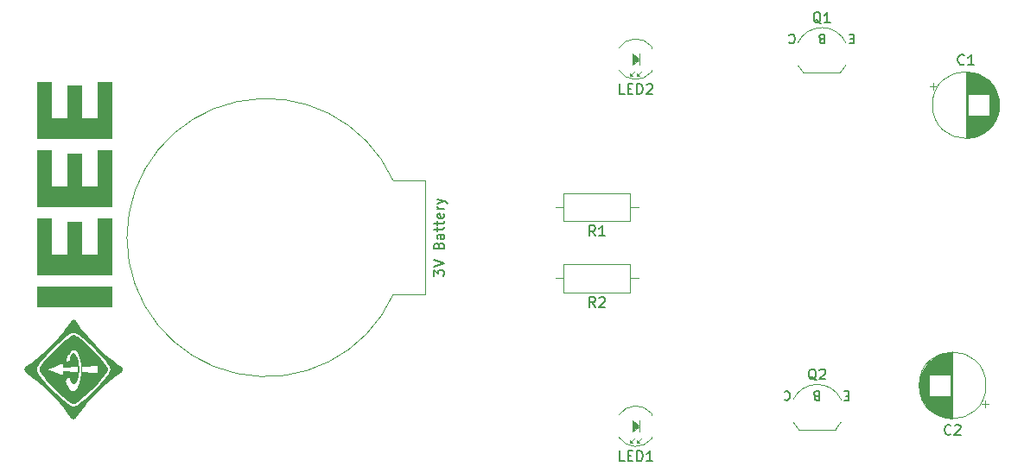
<source format=gbr>
%TF.GenerationSoftware,KiCad,Pcbnew,8.0.5*%
%TF.CreationDate,2024-10-10T20:33:13-07:00*%
%TF.ProjectId,IEEE soldering project,49454545-2073-46f6-9c64-6572696e6720,rev?*%
%TF.SameCoordinates,Original*%
%TF.FileFunction,Legend,Top*%
%TF.FilePolarity,Positive*%
%FSLAX46Y46*%
G04 Gerber Fmt 4.6, Leading zero omitted, Abs format (unit mm)*
G04 Created by KiCad (PCBNEW 8.0.5) date 2024-10-10 20:33:13*
%MOMM*%
%LPD*%
G01*
G04 APERTURE LIST*
%ADD10C,0.000000*%
%ADD11C,0.150000*%
%ADD12C,0.120000*%
G04 APERTURE END LIST*
D10*
G36*
X78512737Y-33306202D02*
G01*
X80019141Y-33306202D01*
X80019141Y-30051432D01*
X81434841Y-30051432D01*
X81434841Y-33306205D01*
X82981723Y-33306205D01*
X82981723Y-29768601D01*
X84397811Y-29768601D01*
X84397811Y-35329654D01*
X77097296Y-35329654D01*
X77097296Y-29768534D01*
X78512737Y-29768534D01*
X78512737Y-33306202D01*
G37*
G36*
X78512737Y-40000000D02*
G01*
X80019141Y-40000000D01*
X80019141Y-36745487D01*
X81434841Y-36745487D01*
X81434841Y-40000000D01*
X82981723Y-40000000D01*
X82981723Y-36462009D01*
X84397811Y-36462009D01*
X84397811Y-42021773D01*
X77097296Y-42021773D01*
X77097296Y-36462009D01*
X78512737Y-36462009D01*
X78512737Y-40000000D01*
G37*
G36*
X78512737Y-46693729D02*
G01*
X80019141Y-46693729D01*
X80019141Y-43438120D01*
X81434841Y-43438120D01*
X81434841Y-46693731D01*
X82981723Y-46693731D01*
X82981723Y-43154772D01*
X84397811Y-43154772D01*
X84397811Y-48715955D01*
X77097296Y-48715955D01*
X77097296Y-43154772D01*
X78512737Y-43154772D01*
X78512737Y-46693729D01*
G37*
G36*
X84397811Y-51799390D02*
G01*
X77097296Y-51799390D01*
X77097296Y-49777100D01*
X84397811Y-49777100D01*
X84397811Y-51799390D01*
G37*
G36*
X80680190Y-53060660D02*
G01*
X80703372Y-53063637D01*
X80725415Y-53068224D01*
X80746376Y-53074339D01*
X80766310Y-53081900D01*
X80785273Y-53090823D01*
X80803321Y-53101027D01*
X80820508Y-53112430D01*
X80836890Y-53124949D01*
X80852524Y-53138502D01*
X80867464Y-53153006D01*
X80881766Y-53168381D01*
X80908679Y-53201408D01*
X80933707Y-53236926D01*
X80957294Y-53274277D01*
X80979886Y-53312801D01*
X81023859Y-53390740D01*
X81046129Y-53428838D01*
X81069181Y-53465478D01*
X81093459Y-53500000D01*
X81119409Y-53531748D01*
X81341007Y-53830988D01*
X81568953Y-54126078D01*
X81803080Y-54416818D01*
X82043218Y-54703010D01*
X82289202Y-54984455D01*
X82540864Y-55260956D01*
X82798035Y-55532312D01*
X83060549Y-55798327D01*
X83328237Y-56058800D01*
X83600933Y-56313534D01*
X83878468Y-56562330D01*
X84160675Y-56804989D01*
X84447387Y-57041313D01*
X84738436Y-57271103D01*
X85033654Y-57494160D01*
X85332873Y-57710286D01*
X85424546Y-57801572D01*
X85429559Y-57810256D01*
X85434125Y-57819089D01*
X85438256Y-57828063D01*
X85441964Y-57837168D01*
X85448161Y-57855736D01*
X85452816Y-57874719D01*
X85456029Y-57894046D01*
X85457898Y-57913643D01*
X85458523Y-57933437D01*
X85458003Y-57953356D01*
X85456438Y-57973328D01*
X85453926Y-57993279D01*
X85450567Y-58013137D01*
X85446461Y-58032829D01*
X85441707Y-58052282D01*
X85436403Y-58071424D01*
X85430650Y-58090181D01*
X85424546Y-58108482D01*
X85420519Y-58119690D01*
X85415963Y-58130290D01*
X85410903Y-58140312D01*
X85405367Y-58149788D01*
X85399383Y-58158752D01*
X85392977Y-58167234D01*
X85386177Y-58175266D01*
X85379009Y-58182881D01*
X85371501Y-58190111D01*
X85363679Y-58196987D01*
X85347205Y-58209807D01*
X85329803Y-58221597D01*
X85311690Y-58232612D01*
X85236467Y-58274038D01*
X85218052Y-58285015D01*
X85200228Y-58296751D01*
X85183210Y-58309503D01*
X85175072Y-58316340D01*
X85167217Y-58323526D01*
X85094484Y-58371328D01*
X85022271Y-58420591D01*
X84879288Y-58522813D01*
X84738024Y-58628815D01*
X84598240Y-58737224D01*
X84322143Y-58955763D01*
X84185348Y-59063144D01*
X84049067Y-59167433D01*
X83987404Y-59226967D01*
X83924936Y-59284596D01*
X83861764Y-59341012D01*
X83797991Y-59396905D01*
X83669049Y-59509893D01*
X83604084Y-59568369D01*
X83538926Y-59629089D01*
X83161644Y-59984059D01*
X82796340Y-60349035D01*
X82443195Y-60723233D01*
X82102390Y-61105869D01*
X81774108Y-61496159D01*
X81458530Y-61893317D01*
X81155837Y-62296559D01*
X80866211Y-62705100D01*
X80851292Y-62719518D01*
X80835781Y-62733512D01*
X80819685Y-62746954D01*
X80803009Y-62759712D01*
X80785757Y-62771657D01*
X80767936Y-62782659D01*
X80749551Y-62792589D01*
X80730607Y-62801316D01*
X80711108Y-62808712D01*
X80691062Y-62814645D01*
X80670472Y-62818986D01*
X80659975Y-62820519D01*
X80649344Y-62821605D01*
X80638580Y-62822228D01*
X80627683Y-62822373D01*
X80616655Y-62822021D01*
X80610632Y-62821556D01*
X80605496Y-62821159D01*
X80594206Y-62819768D01*
X80582786Y-62817833D01*
X80571237Y-62815339D01*
X80559559Y-62812267D01*
X80546663Y-62808759D01*
X80534089Y-62804537D01*
X80521826Y-62799635D01*
X80509864Y-62794086D01*
X80498191Y-62787924D01*
X80486798Y-62781180D01*
X80475673Y-62773887D01*
X80464805Y-62766080D01*
X80443799Y-62749051D01*
X80423694Y-62730356D01*
X80404403Y-62710260D01*
X80385841Y-62689025D01*
X80367921Y-62666916D01*
X80350558Y-62644196D01*
X80317154Y-62597978D01*
X80284941Y-62552480D01*
X80269066Y-62530660D01*
X80253230Y-62509811D01*
X80073803Y-62254585D01*
X79887964Y-62002150D01*
X79696003Y-61752625D01*
X79498212Y-61506128D01*
X79294884Y-61262777D01*
X79086310Y-61022690D01*
X78872780Y-60785986D01*
X78654588Y-60552782D01*
X78432025Y-60323197D01*
X78205382Y-60097348D01*
X77974951Y-59875354D01*
X77741023Y-59657333D01*
X77503891Y-59443403D01*
X77263846Y-59233682D01*
X76776183Y-58827340D01*
X75915943Y-58166908D01*
X75903592Y-58150111D01*
X75891616Y-58132708D01*
X75880149Y-58114750D01*
X75869329Y-58096293D01*
X75859291Y-58077389D01*
X75850173Y-58058092D01*
X75842109Y-58038457D01*
X75835237Y-58018536D01*
X75829693Y-57998384D01*
X75825612Y-57978054D01*
X75824073Y-57965359D01*
X77065360Y-57965359D01*
X77066930Y-57998414D01*
X77070471Y-58031339D01*
X77076063Y-58064096D01*
X77083786Y-58096643D01*
X77093720Y-58128942D01*
X77105944Y-58160952D01*
X77120539Y-58192633D01*
X77137585Y-58223946D01*
X77157162Y-58254851D01*
X77179350Y-58285308D01*
X77262861Y-58400601D01*
X77347034Y-58514598D01*
X77432166Y-58627510D01*
X77518555Y-58739549D01*
X77606500Y-58850924D01*
X77696298Y-58961848D01*
X77788248Y-59072532D01*
X77882648Y-59183186D01*
X77885835Y-59187905D01*
X77889382Y-59192701D01*
X77893236Y-59197548D01*
X77897347Y-59202420D01*
X77901662Y-59207290D01*
X77906130Y-59212132D01*
X77915315Y-59221630D01*
X77947787Y-59253296D01*
X78180603Y-59510532D01*
X78418611Y-59765752D01*
X78661559Y-60017570D01*
X78909190Y-60264602D01*
X79161252Y-60505460D01*
X79417490Y-60738759D01*
X79677650Y-60963112D01*
X79941478Y-61177134D01*
X80094269Y-61294639D01*
X80171380Y-61351304D01*
X80210358Y-61378528D01*
X80249711Y-61404791D01*
X80289510Y-61429924D01*
X80329822Y-61453759D01*
X80370720Y-61476131D01*
X80412271Y-61496870D01*
X80454547Y-61515810D01*
X80497616Y-61532783D01*
X80541549Y-61547622D01*
X80586415Y-61560158D01*
X80610632Y-61560284D01*
X80634630Y-61559858D01*
X80658389Y-61558838D01*
X80681887Y-61557184D01*
X80705103Y-61554852D01*
X80728015Y-61551803D01*
X80750603Y-61547993D01*
X80772844Y-61543381D01*
X80794717Y-61537926D01*
X80816202Y-61531586D01*
X80837276Y-61524318D01*
X80857918Y-61516082D01*
X80878107Y-61506836D01*
X80897821Y-61496537D01*
X80917040Y-61485145D01*
X80935741Y-61472617D01*
X81066772Y-61382685D01*
X81196984Y-61289406D01*
X81326286Y-61193007D01*
X81454583Y-61093713D01*
X81581783Y-60991753D01*
X81707793Y-60887352D01*
X81955868Y-60672134D01*
X82198063Y-60449875D01*
X82433633Y-60222388D01*
X82661832Y-59991485D01*
X82881916Y-59758981D01*
X83244939Y-59359551D01*
X83425657Y-59159204D01*
X83601928Y-58956634D01*
X83687477Y-58854092D01*
X83770811Y-58750486D01*
X83851564Y-58645649D01*
X83929369Y-58539409D01*
X84003857Y-58431600D01*
X84074661Y-58322050D01*
X84141414Y-58210592D01*
X84203749Y-58097055D01*
X84211993Y-58078118D01*
X84219078Y-58059048D01*
X84225039Y-58039859D01*
X84229912Y-58020567D01*
X84233733Y-58001187D01*
X84236536Y-57981736D01*
X84238358Y-57962228D01*
X84239235Y-57942679D01*
X84239202Y-57923104D01*
X84238295Y-57903519D01*
X84236550Y-57883938D01*
X84234002Y-57864379D01*
X84226641Y-57825381D01*
X84216498Y-57786651D01*
X84203859Y-57748309D01*
X84189008Y-57710481D01*
X84172232Y-57673289D01*
X84153816Y-57636856D01*
X84134046Y-57601306D01*
X84113208Y-57566761D01*
X84091586Y-57533345D01*
X84069467Y-57501182D01*
X83958190Y-57346493D01*
X83843623Y-57193807D01*
X83725947Y-57043050D01*
X83605344Y-56894150D01*
X83481994Y-56747033D01*
X83356078Y-56601626D01*
X83097275Y-56315649D01*
X82830382Y-56035633D01*
X82556850Y-55760994D01*
X82278126Y-55491145D01*
X81995660Y-55225501D01*
X81847240Y-55101876D01*
X81700597Y-54976630D01*
X81554234Y-54852523D01*
X81406654Y-54732315D01*
X81331939Y-54674537D01*
X81256359Y-54618769D01*
X81179726Y-54565356D01*
X81101853Y-54514644D01*
X81022552Y-54466977D01*
X80941637Y-54422701D01*
X80858921Y-54382160D01*
X80774216Y-54345700D01*
X80757317Y-54341412D01*
X80740571Y-54337854D01*
X80723977Y-54335006D01*
X80707533Y-54332844D01*
X80691239Y-54331348D01*
X80675092Y-54330496D01*
X80659091Y-54330267D01*
X80643235Y-54330638D01*
X80611950Y-54333096D01*
X80581225Y-54337697D01*
X80551047Y-54344270D01*
X80521405Y-54352640D01*
X80492287Y-54362635D01*
X80463680Y-54374083D01*
X80435573Y-54386810D01*
X80407952Y-54400643D01*
X80380807Y-54415410D01*
X80354125Y-54430938D01*
X80327893Y-54447053D01*
X80302101Y-54463584D01*
X80010153Y-54674793D01*
X79722554Y-54896380D01*
X79439680Y-55127549D01*
X79161904Y-55367505D01*
X78889598Y-55615454D01*
X78623138Y-55870599D01*
X78362897Y-56132147D01*
X78109248Y-56399301D01*
X78082133Y-56446493D01*
X77988159Y-56545488D01*
X77894964Y-56647311D01*
X77802823Y-56751398D01*
X77712012Y-56857189D01*
X77622809Y-56964120D01*
X77535489Y-57071630D01*
X77450328Y-57179157D01*
X77367602Y-57286139D01*
X77324697Y-57338512D01*
X77282959Y-57393717D01*
X77243027Y-57451435D01*
X77205541Y-57511346D01*
X77171140Y-57573132D01*
X77140465Y-57636474D01*
X77114155Y-57701053D01*
X77092849Y-57766549D01*
X77084273Y-57799542D01*
X77077189Y-57832645D01*
X77071675Y-57865818D01*
X77067812Y-57899021D01*
X77065680Y-57932215D01*
X77065360Y-57965359D01*
X75824073Y-57965359D01*
X75823132Y-57957600D01*
X75822535Y-57947343D01*
X75822389Y-57937076D01*
X75822711Y-57926804D01*
X75823518Y-57916535D01*
X75824828Y-57906275D01*
X75826657Y-57896031D01*
X75829022Y-57885810D01*
X75831941Y-57875618D01*
X75835430Y-57865462D01*
X75839506Y-57855349D01*
X75842350Y-57845996D01*
X75845869Y-57836523D01*
X75849992Y-57826955D01*
X75854644Y-57817317D01*
X75859753Y-57807634D01*
X75865245Y-57797931D01*
X75871047Y-57788233D01*
X75877087Y-57778565D01*
X75889586Y-57759420D01*
X75902157Y-57740696D01*
X75914215Y-57722595D01*
X75925175Y-57705315D01*
X76442481Y-57340303D01*
X76730466Y-57112226D01*
X77019995Y-56878969D01*
X77163665Y-56760579D01*
X77305712Y-56641112D01*
X77445466Y-56520640D01*
X77582258Y-56399236D01*
X78420031Y-55597227D01*
X78686657Y-55322951D01*
X78945403Y-55044355D01*
X79196408Y-54761299D01*
X79439811Y-54473646D01*
X79675751Y-54181257D01*
X79904369Y-53883993D01*
X80125802Y-53581717D01*
X80340190Y-53274289D01*
X80344515Y-53248014D01*
X80357725Y-53228616D01*
X80372124Y-53210053D01*
X80387637Y-53192365D01*
X80404186Y-53175588D01*
X80421697Y-53159763D01*
X80440091Y-53144926D01*
X80459292Y-53131117D01*
X80479224Y-53118373D01*
X80499811Y-53106733D01*
X80520976Y-53096235D01*
X80542642Y-53086917D01*
X80564733Y-53078818D01*
X80587172Y-53071976D01*
X80609883Y-53066429D01*
X80632790Y-53062216D01*
X80655816Y-53059375D01*
X80680190Y-53060660D01*
G37*
G36*
X80713072Y-54564914D02*
G01*
X80745169Y-54568297D01*
X80776715Y-54574088D01*
X80807519Y-54582394D01*
X80822584Y-54587522D01*
X80837393Y-54593318D01*
X80851922Y-54599795D01*
X80866147Y-54606967D01*
X80923410Y-54642213D01*
X80980092Y-54678854D01*
X81036236Y-54716777D01*
X81091889Y-54755869D01*
X81201904Y-54837105D01*
X81310502Y-54921657D01*
X81418046Y-55008617D01*
X81524902Y-55097080D01*
X81738007Y-55274887D01*
X81753565Y-55274887D01*
X82223508Y-55721648D01*
X82457116Y-55950157D01*
X82687773Y-56182352D01*
X82913945Y-56418433D01*
X83134099Y-56658599D01*
X83346703Y-56903050D01*
X83449695Y-57026945D01*
X83550224Y-57151986D01*
X83590062Y-57213017D01*
X83634045Y-57273636D01*
X83728943Y-57394502D01*
X83777107Y-57455182D01*
X83823911Y-57516317D01*
X83867982Y-57578121D01*
X83907941Y-57640813D01*
X83925950Y-57672560D01*
X83942415Y-57704609D01*
X83957164Y-57736988D01*
X83970026Y-57769725D01*
X83980828Y-57802846D01*
X83989398Y-57836378D01*
X83995565Y-57870349D01*
X83999156Y-57904785D01*
X84000000Y-57939714D01*
X83997924Y-57975163D01*
X83992757Y-58011158D01*
X83984326Y-58047727D01*
X83972460Y-58084897D01*
X83956985Y-58122695D01*
X83937732Y-58161148D01*
X83914527Y-58200284D01*
X83643951Y-58557785D01*
X83358649Y-58910259D01*
X83059877Y-59256552D01*
X82989470Y-59333293D01*
X82748894Y-59595511D01*
X82426955Y-59925981D01*
X82095319Y-60246808D01*
X81755243Y-60556840D01*
X81407984Y-60854923D01*
X81369876Y-60880474D01*
X81332488Y-60907486D01*
X81295670Y-60935681D01*
X81259274Y-60964785D01*
X81114922Y-61084766D01*
X81078397Y-61114275D01*
X81041399Y-61143037D01*
X81003779Y-61170777D01*
X80965389Y-61197219D01*
X80926078Y-61222087D01*
X80885698Y-61245106D01*
X80844101Y-61266000D01*
X80801136Y-61284494D01*
X80771816Y-61295310D01*
X80743000Y-61303819D01*
X80714669Y-61310119D01*
X80686805Y-61314307D01*
X80659389Y-61316479D01*
X80632404Y-61316734D01*
X80630677Y-61316633D01*
X80605831Y-61315169D01*
X80579650Y-61311880D01*
X80553845Y-61306966D01*
X80528397Y-61300522D01*
X80503287Y-61292647D01*
X80478497Y-61283438D01*
X80454008Y-61272992D01*
X80429803Y-61261406D01*
X80382169Y-61235203D01*
X80335446Y-61205608D01*
X80289490Y-61173399D01*
X80244152Y-61139353D01*
X80199285Y-61104249D01*
X80110378Y-61033976D01*
X80066044Y-61000363D01*
X80021594Y-60968803D01*
X79656094Y-60662646D01*
X79591765Y-60605202D01*
X79295104Y-60340293D01*
X79117154Y-60173605D01*
X78941355Y-60003543D01*
X78768048Y-59830331D01*
X78597575Y-59654195D01*
X78430277Y-59475358D01*
X78266496Y-59294045D01*
X78106573Y-59110483D01*
X78032206Y-59021854D01*
X79887248Y-59021854D01*
X79889661Y-59052437D01*
X79893442Y-59082704D01*
X79898488Y-59112675D01*
X79904697Y-59142367D01*
X79911966Y-59171799D01*
X79920192Y-59200988D01*
X79929272Y-59229952D01*
X79939104Y-59258711D01*
X79960614Y-59315680D01*
X79983898Y-59372040D01*
X80032504Y-59483511D01*
X80032505Y-59483510D01*
X80082933Y-59582274D01*
X80110741Y-59633882D01*
X80140454Y-59685940D01*
X80172204Y-59737674D01*
X80206122Y-59788309D01*
X80242340Y-59837070D01*
X80280990Y-59883183D01*
X80322203Y-59925872D01*
X80343811Y-59945691D01*
X80366110Y-59964363D01*
X80389115Y-59981793D01*
X80412844Y-59997882D01*
X80437312Y-60012534D01*
X80462536Y-60025652D01*
X80488532Y-60037140D01*
X80515318Y-60046900D01*
X80542908Y-60054836D01*
X80571321Y-60060851D01*
X80600572Y-60064847D01*
X80630677Y-60066729D01*
X80661654Y-60066399D01*
X80693518Y-60063761D01*
X80710966Y-60058280D01*
X80728028Y-60051956D01*
X80744709Y-60044824D01*
X80761012Y-60036919D01*
X80776941Y-60028277D01*
X80792500Y-60018933D01*
X80807694Y-60008921D01*
X80822526Y-59998278D01*
X80837001Y-59987039D01*
X80851123Y-59975238D01*
X80878323Y-59950093D01*
X80904159Y-59923126D01*
X80928663Y-59894618D01*
X80951869Y-59864851D01*
X80973807Y-59834107D01*
X80994513Y-59802668D01*
X81014017Y-59770815D01*
X81032352Y-59738831D01*
X81049552Y-59706997D01*
X81065648Y-59675595D01*
X81080674Y-59644906D01*
X81149879Y-59474510D01*
X81210300Y-59298055D01*
X81262044Y-59116322D01*
X81305217Y-58930094D01*
X81339926Y-58740154D01*
X81366279Y-58547284D01*
X81384380Y-58352267D01*
X81391632Y-58209258D01*
X81480103Y-58209258D01*
X81860739Y-58226335D01*
X82234299Y-58240706D01*
X82608102Y-58257220D01*
X82797383Y-58267795D01*
X82989470Y-58280724D01*
X83002471Y-58123403D01*
X83007441Y-58042190D01*
X83010629Y-57959885D01*
X83011463Y-57876944D01*
X83009370Y-57793825D01*
X83007048Y-57752341D01*
X83003779Y-57710984D01*
X82999493Y-57669811D01*
X82994118Y-57628878D01*
X81553500Y-57693953D01*
X81484939Y-57705380D01*
X81489430Y-57828488D01*
X81490976Y-57889780D01*
X81491669Y-57951420D01*
X81491218Y-58013802D01*
X81489333Y-58077318D01*
X81485723Y-58142360D01*
X81480103Y-58209258D01*
X81391632Y-58209258D01*
X81394339Y-58155884D01*
X81396260Y-57958919D01*
X81390252Y-57762154D01*
X81376420Y-57566372D01*
X81354872Y-57372354D01*
X81325715Y-57180883D01*
X81289054Y-56992742D01*
X81244997Y-56808714D01*
X81193651Y-56629580D01*
X81157961Y-56539425D01*
X81138280Y-56492826D01*
X81117152Y-56445894D01*
X81094408Y-56399141D01*
X81069881Y-56353077D01*
X81043404Y-56308212D01*
X81014808Y-56265059D01*
X80983926Y-56224128D01*
X80950590Y-56185930D01*
X80932949Y-56168015D01*
X80914632Y-56150975D01*
X80895618Y-56134874D01*
X80875885Y-56119776D01*
X80855413Y-56105744D01*
X80834180Y-56092842D01*
X80812166Y-56081135D01*
X80789350Y-56070685D01*
X80765711Y-56061557D01*
X80741228Y-56053816D01*
X80715879Y-56047523D01*
X80689644Y-56042745D01*
X80667856Y-56043693D01*
X80646572Y-56046027D01*
X80625789Y-56049690D01*
X80605499Y-56054622D01*
X80585699Y-56060766D01*
X80566382Y-56068064D01*
X80547543Y-56076458D01*
X80529178Y-56085891D01*
X80511280Y-56096304D01*
X80493844Y-56107639D01*
X80476865Y-56119838D01*
X80460338Y-56132843D01*
X80444257Y-56146597D01*
X80428618Y-56161042D01*
X80398640Y-56191770D01*
X80370362Y-56224564D01*
X80343741Y-56258960D01*
X80318735Y-56294496D01*
X80295301Y-56330706D01*
X80273396Y-56367128D01*
X80252978Y-56403298D01*
X80216431Y-56473026D01*
X80205263Y-56473026D01*
X80196177Y-56449233D01*
X80187467Y-56424757D01*
X80179287Y-56399790D01*
X80171790Y-56374526D01*
X80165127Y-56349160D01*
X80159453Y-56323884D01*
X80157034Y-56311341D01*
X80154919Y-56298893D01*
X80153128Y-56286565D01*
X80151680Y-56274380D01*
X80145417Y-56274380D01*
X80123072Y-56392063D01*
X80098618Y-56508873D01*
X80072380Y-56624946D01*
X80044682Y-56740418D01*
X79986208Y-56970112D01*
X79925790Y-57199049D01*
X79976348Y-57177736D01*
X80027481Y-57157682D01*
X80079081Y-57138619D01*
X80131037Y-57120280D01*
X80340254Y-57048821D01*
X80329575Y-57014327D01*
X80319580Y-56979580D01*
X80310289Y-56944549D01*
X80301721Y-56909206D01*
X80293894Y-56873521D01*
X80286827Y-56837465D01*
X80280540Y-56801007D01*
X80275050Y-56764119D01*
X80299988Y-56701045D01*
X80328446Y-56634695D01*
X80344305Y-56601308D01*
X80361417Y-56568320D01*
X80379904Y-56536138D01*
X80399890Y-56505168D01*
X80421500Y-56475816D01*
X80444858Y-56448489D01*
X80457230Y-56435712D01*
X80470087Y-56423592D01*
X80483441Y-56412182D01*
X80497311Y-56401532D01*
X80511709Y-56391693D01*
X80526654Y-56382715D01*
X80542159Y-56374650D01*
X80558240Y-56367548D01*
X80574913Y-56361459D01*
X80592193Y-56356435D01*
X80610095Y-56352526D01*
X80628636Y-56349784D01*
X80646004Y-56348754D01*
X80662822Y-56348981D01*
X80679103Y-56350411D01*
X80694862Y-56352987D01*
X80710116Y-56356656D01*
X80724878Y-56361362D01*
X80739164Y-56367050D01*
X80752988Y-56373666D01*
X80766365Y-56381155D01*
X80779310Y-56389462D01*
X80791839Y-56398531D01*
X80803965Y-56408309D01*
X80815704Y-56418739D01*
X80827071Y-56429768D01*
X80838081Y-56441340D01*
X80848748Y-56453400D01*
X80869114Y-56478766D01*
X80888289Y-56505428D01*
X80906392Y-56532944D01*
X80923543Y-56560878D01*
X80984998Y-56667992D01*
X81029432Y-56798381D01*
X81068572Y-56930584D01*
X81102434Y-57064393D01*
X81131033Y-57199597D01*
X81154386Y-57335987D01*
X81172510Y-57473353D01*
X81185420Y-57611486D01*
X81193134Y-57750176D01*
X81195666Y-57889213D01*
X81193034Y-58028387D01*
X81185254Y-58167490D01*
X81172342Y-58306310D01*
X81154314Y-58444640D01*
X81131187Y-58582268D01*
X81102976Y-58718986D01*
X81069698Y-58854583D01*
X81045077Y-58932591D01*
X81016970Y-59014750D01*
X81001042Y-59056103D01*
X80983561Y-59096954D01*
X80964301Y-59136791D01*
X80943035Y-59175099D01*
X80919535Y-59211366D01*
X80893575Y-59245079D01*
X80879601Y-59260817D01*
X80864928Y-59275724D01*
X80849525Y-59289737D01*
X80833366Y-59302789D01*
X80816422Y-59314819D01*
X80798664Y-59325761D01*
X80780063Y-59335551D01*
X80760593Y-59344125D01*
X80740223Y-59351420D01*
X80718927Y-59357370D01*
X80696675Y-59361912D01*
X80673439Y-59364982D01*
X80642961Y-59351104D01*
X80613979Y-59335966D01*
X80586443Y-59319621D01*
X80560300Y-59302120D01*
X80535503Y-59283515D01*
X80511999Y-59263858D01*
X80489738Y-59243202D01*
X80468671Y-59221597D01*
X80448747Y-59199097D01*
X80429914Y-59175754D01*
X80412124Y-59151618D01*
X80395324Y-59126743D01*
X80379466Y-59101180D01*
X80364499Y-59074982D01*
X80337034Y-59020885D01*
X80312526Y-58964871D01*
X80290572Y-58907354D01*
X80270769Y-58848750D01*
X80252714Y-58789476D01*
X80220231Y-58670582D01*
X80189898Y-58554000D01*
X80152511Y-58612860D01*
X80115809Y-58671850D01*
X80042833Y-58789743D01*
X80005750Y-58848408D01*
X79967728Y-58906728D01*
X79928362Y-58964582D01*
X79887248Y-59021854D01*
X78032206Y-59021854D01*
X77950849Y-58924894D01*
X77799665Y-58737505D01*
X77653363Y-58548539D01*
X77512284Y-58358222D01*
X77376769Y-58166779D01*
X77376769Y-58166843D01*
X77357276Y-58136039D01*
X77340815Y-58105435D01*
X77327262Y-58075032D01*
X77316495Y-58044831D01*
X77308391Y-58014833D01*
X77302825Y-57985040D01*
X77299675Y-57955453D01*
X77299431Y-57947086D01*
X78021577Y-57947086D01*
X78021577Y-57958642D01*
X78308410Y-58047991D01*
X79591765Y-58496026D01*
X79603192Y-58134758D01*
X79613779Y-58134758D01*
X81065438Y-58200284D01*
X81080674Y-58188986D01*
X81085578Y-58133705D01*
X81089540Y-58075885D01*
X81092265Y-58016330D01*
X81093456Y-57955842D01*
X81092820Y-57895224D01*
X81090061Y-57835279D01*
X81087793Y-57805809D01*
X81084884Y-57776808D01*
X81081296Y-57748377D01*
X81076994Y-57720616D01*
X81054140Y-57720616D01*
X79646123Y-57779105D01*
X79598479Y-57770326D01*
X79591765Y-57376132D01*
X79201222Y-57522457D01*
X78809092Y-57666475D01*
X78415752Y-57808061D01*
X78021577Y-57947086D01*
X77299431Y-57947086D01*
X77298817Y-57926072D01*
X77300129Y-57896900D01*
X77303487Y-57867937D01*
X77308768Y-57839184D01*
X77315848Y-57810643D01*
X77324605Y-57782314D01*
X77334915Y-57754200D01*
X77346655Y-57726300D01*
X77359701Y-57698617D01*
X77389221Y-57643905D01*
X77422488Y-57590072D01*
X77458518Y-57537128D01*
X77496324Y-57485082D01*
X77573320Y-57383724D01*
X77645590Y-57286073D01*
X77949050Y-56918700D01*
X78263321Y-56558489D01*
X78588433Y-56207387D01*
X78755064Y-56035860D01*
X78924418Y-55867340D01*
X79096497Y-55702069D01*
X79271305Y-55540292D01*
X79448848Y-55382252D01*
X79629127Y-55228192D01*
X79812148Y-55078354D01*
X79997915Y-54932983D01*
X80186430Y-54792321D01*
X80377699Y-54656612D01*
X80403377Y-54640438D01*
X80430586Y-54625516D01*
X80459135Y-54611952D01*
X80488835Y-54599850D01*
X80519497Y-54589315D01*
X80550931Y-54580453D01*
X80582949Y-54573369D01*
X80615362Y-54568168D01*
X80647979Y-54564955D01*
X80680612Y-54563835D01*
X80713072Y-54564914D01*
G37*
D11*
X153404761Y-58990057D02*
X153309523Y-58942438D01*
X153309523Y-58942438D02*
X153214285Y-58847200D01*
X153214285Y-58847200D02*
X153071428Y-58704342D01*
X153071428Y-58704342D02*
X152976190Y-58656723D01*
X152976190Y-58656723D02*
X152880952Y-58656723D01*
X152928571Y-58894819D02*
X152833333Y-58847200D01*
X152833333Y-58847200D02*
X152738095Y-58751961D01*
X152738095Y-58751961D02*
X152690476Y-58561485D01*
X152690476Y-58561485D02*
X152690476Y-58228152D01*
X152690476Y-58228152D02*
X152738095Y-58037676D01*
X152738095Y-58037676D02*
X152833333Y-57942438D01*
X152833333Y-57942438D02*
X152928571Y-57894819D01*
X152928571Y-57894819D02*
X153119047Y-57894819D01*
X153119047Y-57894819D02*
X153214285Y-57942438D01*
X153214285Y-57942438D02*
X153309523Y-58037676D01*
X153309523Y-58037676D02*
X153357142Y-58228152D01*
X153357142Y-58228152D02*
X153357142Y-58561485D01*
X153357142Y-58561485D02*
X153309523Y-58751961D01*
X153309523Y-58751961D02*
X153214285Y-58847200D01*
X153214285Y-58847200D02*
X153119047Y-58894819D01*
X153119047Y-58894819D02*
X152928571Y-58894819D01*
X153738095Y-57990057D02*
X153785714Y-57942438D01*
X153785714Y-57942438D02*
X153880952Y-57894819D01*
X153880952Y-57894819D02*
X154119047Y-57894819D01*
X154119047Y-57894819D02*
X154214285Y-57942438D01*
X154214285Y-57942438D02*
X154261904Y-57990057D01*
X154261904Y-57990057D02*
X154309523Y-58085295D01*
X154309523Y-58085295D02*
X154309523Y-58180533D01*
X154309523Y-58180533D02*
X154261904Y-58323390D01*
X154261904Y-58323390D02*
X153690476Y-58894819D01*
X153690476Y-58894819D02*
X154309523Y-58894819D01*
X153435714Y-60538871D02*
X153307142Y-60496014D01*
X153307142Y-60496014D02*
X153264285Y-60453157D01*
X153264285Y-60453157D02*
X153221428Y-60367442D01*
X153221428Y-60367442D02*
X153221428Y-60238871D01*
X153221428Y-60238871D02*
X153264285Y-60153157D01*
X153264285Y-60153157D02*
X153307142Y-60110300D01*
X153307142Y-60110300D02*
X153392857Y-60067442D01*
X153392857Y-60067442D02*
X153735714Y-60067442D01*
X153735714Y-60067442D02*
X153735714Y-60967442D01*
X153735714Y-60967442D02*
X153435714Y-60967442D01*
X153435714Y-60967442D02*
X153350000Y-60924585D01*
X153350000Y-60924585D02*
X153307142Y-60881728D01*
X153307142Y-60881728D02*
X153264285Y-60796014D01*
X153264285Y-60796014D02*
X153264285Y-60710300D01*
X153264285Y-60710300D02*
X153307142Y-60624585D01*
X153307142Y-60624585D02*
X153350000Y-60581728D01*
X153350000Y-60581728D02*
X153435714Y-60538871D01*
X153435714Y-60538871D02*
X153735714Y-60538871D01*
X156613857Y-60538871D02*
X156313857Y-60538871D01*
X156185285Y-60067442D02*
X156613857Y-60067442D01*
X156613857Y-60067442D02*
X156613857Y-60967442D01*
X156613857Y-60967442D02*
X156185285Y-60967442D01*
X150300428Y-60153157D02*
X150343285Y-60110300D01*
X150343285Y-60110300D02*
X150471857Y-60067442D01*
X150471857Y-60067442D02*
X150557571Y-60067442D01*
X150557571Y-60067442D02*
X150686142Y-60110300D01*
X150686142Y-60110300D02*
X150771857Y-60196014D01*
X150771857Y-60196014D02*
X150814714Y-60281728D01*
X150814714Y-60281728D02*
X150857571Y-60453157D01*
X150857571Y-60453157D02*
X150857571Y-60581728D01*
X150857571Y-60581728D02*
X150814714Y-60753157D01*
X150814714Y-60753157D02*
X150771857Y-60838871D01*
X150771857Y-60838871D02*
X150686142Y-60924585D01*
X150686142Y-60924585D02*
X150557571Y-60967442D01*
X150557571Y-60967442D02*
X150471857Y-60967442D01*
X150471857Y-60967442D02*
X150343285Y-60924585D01*
X150343285Y-60924585D02*
X150300428Y-60881728D01*
X134610952Y-30914819D02*
X134134762Y-30914819D01*
X134134762Y-30914819D02*
X134134762Y-29914819D01*
X134944286Y-30391009D02*
X135277619Y-30391009D01*
X135420476Y-30914819D02*
X134944286Y-30914819D01*
X134944286Y-30914819D02*
X134944286Y-29914819D01*
X134944286Y-29914819D02*
X135420476Y-29914819D01*
X135849048Y-30914819D02*
X135849048Y-29914819D01*
X135849048Y-29914819D02*
X136087143Y-29914819D01*
X136087143Y-29914819D02*
X136230000Y-29962438D01*
X136230000Y-29962438D02*
X136325238Y-30057676D01*
X136325238Y-30057676D02*
X136372857Y-30152914D01*
X136372857Y-30152914D02*
X136420476Y-30343390D01*
X136420476Y-30343390D02*
X136420476Y-30486247D01*
X136420476Y-30486247D02*
X136372857Y-30676723D01*
X136372857Y-30676723D02*
X136325238Y-30771961D01*
X136325238Y-30771961D02*
X136230000Y-30867200D01*
X136230000Y-30867200D02*
X136087143Y-30914819D01*
X136087143Y-30914819D02*
X135849048Y-30914819D01*
X136801429Y-30010057D02*
X136849048Y-29962438D01*
X136849048Y-29962438D02*
X136944286Y-29914819D01*
X136944286Y-29914819D02*
X137182381Y-29914819D01*
X137182381Y-29914819D02*
X137277619Y-29962438D01*
X137277619Y-29962438D02*
X137325238Y-30010057D01*
X137325238Y-30010057D02*
X137372857Y-30105295D01*
X137372857Y-30105295D02*
X137372857Y-30200533D01*
X137372857Y-30200533D02*
X137325238Y-30343390D01*
X137325238Y-30343390D02*
X136753810Y-30914819D01*
X136753810Y-30914819D02*
X137372857Y-30914819D01*
X134610952Y-66914819D02*
X134134762Y-66914819D01*
X134134762Y-66914819D02*
X134134762Y-65914819D01*
X134944286Y-66391009D02*
X135277619Y-66391009D01*
X135420476Y-66914819D02*
X134944286Y-66914819D01*
X134944286Y-66914819D02*
X134944286Y-65914819D01*
X134944286Y-65914819D02*
X135420476Y-65914819D01*
X135849048Y-66914819D02*
X135849048Y-65914819D01*
X135849048Y-65914819D02*
X136087143Y-65914819D01*
X136087143Y-65914819D02*
X136230000Y-65962438D01*
X136230000Y-65962438D02*
X136325238Y-66057676D01*
X136325238Y-66057676D02*
X136372857Y-66152914D01*
X136372857Y-66152914D02*
X136420476Y-66343390D01*
X136420476Y-66343390D02*
X136420476Y-66486247D01*
X136420476Y-66486247D02*
X136372857Y-66676723D01*
X136372857Y-66676723D02*
X136325238Y-66771961D01*
X136325238Y-66771961D02*
X136230000Y-66867200D01*
X136230000Y-66867200D02*
X136087143Y-66914819D01*
X136087143Y-66914819D02*
X135849048Y-66914819D01*
X137372857Y-66914819D02*
X136801429Y-66914819D01*
X137087143Y-66914819D02*
X137087143Y-65914819D01*
X137087143Y-65914819D02*
X136991905Y-66057676D01*
X136991905Y-66057676D02*
X136896667Y-66152914D01*
X136896667Y-66152914D02*
X136801429Y-66200533D01*
X131753333Y-44824819D02*
X131420000Y-44348628D01*
X131181905Y-44824819D02*
X131181905Y-43824819D01*
X131181905Y-43824819D02*
X131562857Y-43824819D01*
X131562857Y-43824819D02*
X131658095Y-43872438D01*
X131658095Y-43872438D02*
X131705714Y-43920057D01*
X131705714Y-43920057D02*
X131753333Y-44015295D01*
X131753333Y-44015295D02*
X131753333Y-44158152D01*
X131753333Y-44158152D02*
X131705714Y-44253390D01*
X131705714Y-44253390D02*
X131658095Y-44301009D01*
X131658095Y-44301009D02*
X131562857Y-44348628D01*
X131562857Y-44348628D02*
X131181905Y-44348628D01*
X132705714Y-44824819D02*
X132134286Y-44824819D01*
X132420000Y-44824819D02*
X132420000Y-43824819D01*
X132420000Y-43824819D02*
X132324762Y-43967676D01*
X132324762Y-43967676D02*
X132229524Y-44062914D01*
X132229524Y-44062914D02*
X132134286Y-44110533D01*
X167900954Y-27959580D02*
X167853335Y-28007200D01*
X167853335Y-28007200D02*
X167710478Y-28054819D01*
X167710478Y-28054819D02*
X167615240Y-28054819D01*
X167615240Y-28054819D02*
X167472383Y-28007200D01*
X167472383Y-28007200D02*
X167377145Y-27911961D01*
X167377145Y-27911961D02*
X167329526Y-27816723D01*
X167329526Y-27816723D02*
X167281907Y-27626247D01*
X167281907Y-27626247D02*
X167281907Y-27483390D01*
X167281907Y-27483390D02*
X167329526Y-27292914D01*
X167329526Y-27292914D02*
X167377145Y-27197676D01*
X167377145Y-27197676D02*
X167472383Y-27102438D01*
X167472383Y-27102438D02*
X167615240Y-27054819D01*
X167615240Y-27054819D02*
X167710478Y-27054819D01*
X167710478Y-27054819D02*
X167853335Y-27102438D01*
X167853335Y-27102438D02*
X167900954Y-27150057D01*
X168853335Y-28054819D02*
X168281907Y-28054819D01*
X168567621Y-28054819D02*
X168567621Y-27054819D01*
X168567621Y-27054819D02*
X168472383Y-27197676D01*
X168472383Y-27197676D02*
X168377145Y-27292914D01*
X168377145Y-27292914D02*
X168281907Y-27340533D01*
X131753333Y-51824819D02*
X131420000Y-51348628D01*
X131181905Y-51824819D02*
X131181905Y-50824819D01*
X131181905Y-50824819D02*
X131562857Y-50824819D01*
X131562857Y-50824819D02*
X131658095Y-50872438D01*
X131658095Y-50872438D02*
X131705714Y-50920057D01*
X131705714Y-50920057D02*
X131753333Y-51015295D01*
X131753333Y-51015295D02*
X131753333Y-51158152D01*
X131753333Y-51158152D02*
X131705714Y-51253390D01*
X131705714Y-51253390D02*
X131658095Y-51301009D01*
X131658095Y-51301009D02*
X131562857Y-51348628D01*
X131562857Y-51348628D02*
X131181905Y-51348628D01*
X132134286Y-50920057D02*
X132181905Y-50872438D01*
X132181905Y-50872438D02*
X132277143Y-50824819D01*
X132277143Y-50824819D02*
X132515238Y-50824819D01*
X132515238Y-50824819D02*
X132610476Y-50872438D01*
X132610476Y-50872438D02*
X132658095Y-50920057D01*
X132658095Y-50920057D02*
X132705714Y-51015295D01*
X132705714Y-51015295D02*
X132705714Y-51110533D01*
X132705714Y-51110533D02*
X132658095Y-51253390D01*
X132658095Y-51253390D02*
X132086667Y-51824819D01*
X132086667Y-51824819D02*
X132705714Y-51824819D01*
X166593333Y-64259580D02*
X166545714Y-64307200D01*
X166545714Y-64307200D02*
X166402857Y-64354819D01*
X166402857Y-64354819D02*
X166307619Y-64354819D01*
X166307619Y-64354819D02*
X166164762Y-64307200D01*
X166164762Y-64307200D02*
X166069524Y-64211961D01*
X166069524Y-64211961D02*
X166021905Y-64116723D01*
X166021905Y-64116723D02*
X165974286Y-63926247D01*
X165974286Y-63926247D02*
X165974286Y-63783390D01*
X165974286Y-63783390D02*
X166021905Y-63592914D01*
X166021905Y-63592914D02*
X166069524Y-63497676D01*
X166069524Y-63497676D02*
X166164762Y-63402438D01*
X166164762Y-63402438D02*
X166307619Y-63354819D01*
X166307619Y-63354819D02*
X166402857Y-63354819D01*
X166402857Y-63354819D02*
X166545714Y-63402438D01*
X166545714Y-63402438D02*
X166593333Y-63450057D01*
X166974286Y-63450057D02*
X167021905Y-63402438D01*
X167021905Y-63402438D02*
X167117143Y-63354819D01*
X167117143Y-63354819D02*
X167355238Y-63354819D01*
X167355238Y-63354819D02*
X167450476Y-63402438D01*
X167450476Y-63402438D02*
X167498095Y-63450057D01*
X167498095Y-63450057D02*
X167545714Y-63545295D01*
X167545714Y-63545295D02*
X167545714Y-63640533D01*
X167545714Y-63640533D02*
X167498095Y-63783390D01*
X167498095Y-63783390D02*
X166926667Y-64354819D01*
X166926667Y-64354819D02*
X167545714Y-64354819D01*
X115954819Y-48785714D02*
X115954819Y-48166667D01*
X115954819Y-48166667D02*
X116335771Y-48500000D01*
X116335771Y-48500000D02*
X116335771Y-48357143D01*
X116335771Y-48357143D02*
X116383390Y-48261905D01*
X116383390Y-48261905D02*
X116431009Y-48214286D01*
X116431009Y-48214286D02*
X116526247Y-48166667D01*
X116526247Y-48166667D02*
X116764342Y-48166667D01*
X116764342Y-48166667D02*
X116859580Y-48214286D01*
X116859580Y-48214286D02*
X116907200Y-48261905D01*
X116907200Y-48261905D02*
X116954819Y-48357143D01*
X116954819Y-48357143D02*
X116954819Y-48642857D01*
X116954819Y-48642857D02*
X116907200Y-48738095D01*
X116907200Y-48738095D02*
X116859580Y-48785714D01*
X115954819Y-47880952D02*
X116954819Y-47547619D01*
X116954819Y-47547619D02*
X115954819Y-47214286D01*
X116431009Y-45785714D02*
X116478628Y-45642857D01*
X116478628Y-45642857D02*
X116526247Y-45595238D01*
X116526247Y-45595238D02*
X116621485Y-45547619D01*
X116621485Y-45547619D02*
X116764342Y-45547619D01*
X116764342Y-45547619D02*
X116859580Y-45595238D01*
X116859580Y-45595238D02*
X116907200Y-45642857D01*
X116907200Y-45642857D02*
X116954819Y-45738095D01*
X116954819Y-45738095D02*
X116954819Y-46119047D01*
X116954819Y-46119047D02*
X115954819Y-46119047D01*
X115954819Y-46119047D02*
X115954819Y-45785714D01*
X115954819Y-45785714D02*
X116002438Y-45690476D01*
X116002438Y-45690476D02*
X116050057Y-45642857D01*
X116050057Y-45642857D02*
X116145295Y-45595238D01*
X116145295Y-45595238D02*
X116240533Y-45595238D01*
X116240533Y-45595238D02*
X116335771Y-45642857D01*
X116335771Y-45642857D02*
X116383390Y-45690476D01*
X116383390Y-45690476D02*
X116431009Y-45785714D01*
X116431009Y-45785714D02*
X116431009Y-46119047D01*
X116954819Y-44690476D02*
X116431009Y-44690476D01*
X116431009Y-44690476D02*
X116335771Y-44738095D01*
X116335771Y-44738095D02*
X116288152Y-44833333D01*
X116288152Y-44833333D02*
X116288152Y-45023809D01*
X116288152Y-45023809D02*
X116335771Y-45119047D01*
X116907200Y-44690476D02*
X116954819Y-44785714D01*
X116954819Y-44785714D02*
X116954819Y-45023809D01*
X116954819Y-45023809D02*
X116907200Y-45119047D01*
X116907200Y-45119047D02*
X116811961Y-45166666D01*
X116811961Y-45166666D02*
X116716723Y-45166666D01*
X116716723Y-45166666D02*
X116621485Y-45119047D01*
X116621485Y-45119047D02*
X116573866Y-45023809D01*
X116573866Y-45023809D02*
X116573866Y-44785714D01*
X116573866Y-44785714D02*
X116526247Y-44690476D01*
X116288152Y-44357142D02*
X116288152Y-43976190D01*
X115954819Y-44214285D02*
X116811961Y-44214285D01*
X116811961Y-44214285D02*
X116907200Y-44166666D01*
X116907200Y-44166666D02*
X116954819Y-44071428D01*
X116954819Y-44071428D02*
X116954819Y-43976190D01*
X116288152Y-43785713D02*
X116288152Y-43404761D01*
X115954819Y-43642856D02*
X116811961Y-43642856D01*
X116811961Y-43642856D02*
X116907200Y-43595237D01*
X116907200Y-43595237D02*
X116954819Y-43499999D01*
X116954819Y-43499999D02*
X116954819Y-43404761D01*
X116907200Y-42690475D02*
X116954819Y-42785713D01*
X116954819Y-42785713D02*
X116954819Y-42976189D01*
X116954819Y-42976189D02*
X116907200Y-43071427D01*
X116907200Y-43071427D02*
X116811961Y-43119046D01*
X116811961Y-43119046D02*
X116431009Y-43119046D01*
X116431009Y-43119046D02*
X116335771Y-43071427D01*
X116335771Y-43071427D02*
X116288152Y-42976189D01*
X116288152Y-42976189D02*
X116288152Y-42785713D01*
X116288152Y-42785713D02*
X116335771Y-42690475D01*
X116335771Y-42690475D02*
X116431009Y-42642856D01*
X116431009Y-42642856D02*
X116526247Y-42642856D01*
X116526247Y-42642856D02*
X116621485Y-43119046D01*
X116954819Y-42214284D02*
X116288152Y-42214284D01*
X116478628Y-42214284D02*
X116383390Y-42166665D01*
X116383390Y-42166665D02*
X116335771Y-42119046D01*
X116335771Y-42119046D02*
X116288152Y-42023808D01*
X116288152Y-42023808D02*
X116288152Y-41928570D01*
X116288152Y-41690474D02*
X116954819Y-41452379D01*
X116288152Y-41214284D02*
X116954819Y-41452379D01*
X116954819Y-41452379D02*
X117192914Y-41547617D01*
X117192914Y-41547617D02*
X117240533Y-41595236D01*
X117240533Y-41595236D02*
X117288152Y-41690474D01*
X153864761Y-23990057D02*
X153769523Y-23942438D01*
X153769523Y-23942438D02*
X153674285Y-23847200D01*
X153674285Y-23847200D02*
X153531428Y-23704342D01*
X153531428Y-23704342D02*
X153436190Y-23656723D01*
X153436190Y-23656723D02*
X153340952Y-23656723D01*
X153388571Y-23894819D02*
X153293333Y-23847200D01*
X153293333Y-23847200D02*
X153198095Y-23751961D01*
X153198095Y-23751961D02*
X153150476Y-23561485D01*
X153150476Y-23561485D02*
X153150476Y-23228152D01*
X153150476Y-23228152D02*
X153198095Y-23037676D01*
X153198095Y-23037676D02*
X153293333Y-22942438D01*
X153293333Y-22942438D02*
X153388571Y-22894819D01*
X153388571Y-22894819D02*
X153579047Y-22894819D01*
X153579047Y-22894819D02*
X153674285Y-22942438D01*
X153674285Y-22942438D02*
X153769523Y-23037676D01*
X153769523Y-23037676D02*
X153817142Y-23228152D01*
X153817142Y-23228152D02*
X153817142Y-23561485D01*
X153817142Y-23561485D02*
X153769523Y-23751961D01*
X153769523Y-23751961D02*
X153674285Y-23847200D01*
X153674285Y-23847200D02*
X153579047Y-23894819D01*
X153579047Y-23894819D02*
X153388571Y-23894819D01*
X154769523Y-23894819D02*
X154198095Y-23894819D01*
X154483809Y-23894819D02*
X154483809Y-22894819D01*
X154483809Y-22894819D02*
X154388571Y-23037676D01*
X154388571Y-23037676D02*
X154293333Y-23132914D01*
X154293333Y-23132914D02*
X154198095Y-23180533D01*
X150760428Y-25153157D02*
X150803285Y-25110300D01*
X150803285Y-25110300D02*
X150931857Y-25067442D01*
X150931857Y-25067442D02*
X151017571Y-25067442D01*
X151017571Y-25067442D02*
X151146142Y-25110300D01*
X151146142Y-25110300D02*
X151231857Y-25196014D01*
X151231857Y-25196014D02*
X151274714Y-25281728D01*
X151274714Y-25281728D02*
X151317571Y-25453157D01*
X151317571Y-25453157D02*
X151317571Y-25581728D01*
X151317571Y-25581728D02*
X151274714Y-25753157D01*
X151274714Y-25753157D02*
X151231857Y-25838871D01*
X151231857Y-25838871D02*
X151146142Y-25924585D01*
X151146142Y-25924585D02*
X151017571Y-25967442D01*
X151017571Y-25967442D02*
X150931857Y-25967442D01*
X150931857Y-25967442D02*
X150803285Y-25924585D01*
X150803285Y-25924585D02*
X150760428Y-25881728D01*
X157073857Y-25538871D02*
X156773857Y-25538871D01*
X156645285Y-25067442D02*
X157073857Y-25067442D01*
X157073857Y-25067442D02*
X157073857Y-25967442D01*
X157073857Y-25967442D02*
X156645285Y-25967442D01*
X153935714Y-25538871D02*
X153807142Y-25496014D01*
X153807142Y-25496014D02*
X153764285Y-25453157D01*
X153764285Y-25453157D02*
X153721428Y-25367442D01*
X153721428Y-25367442D02*
X153721428Y-25238871D01*
X153721428Y-25238871D02*
X153764285Y-25153157D01*
X153764285Y-25153157D02*
X153807142Y-25110300D01*
X153807142Y-25110300D02*
X153892857Y-25067442D01*
X153892857Y-25067442D02*
X154235714Y-25067442D01*
X154235714Y-25067442D02*
X154235714Y-25967442D01*
X154235714Y-25967442D02*
X153935714Y-25967442D01*
X153935714Y-25967442D02*
X153850000Y-25924585D01*
X153850000Y-25924585D02*
X153807142Y-25881728D01*
X153807142Y-25881728D02*
X153764285Y-25796014D01*
X153764285Y-25796014D02*
X153764285Y-25710300D01*
X153764285Y-25710300D02*
X153807142Y-25624585D01*
X153807142Y-25624585D02*
X153850000Y-25581728D01*
X153850000Y-25581728D02*
X153935714Y-25538871D01*
X153935714Y-25538871D02*
X154235714Y-25538871D01*
D12*
%TO.C,Q2*%
X153500000Y-59400000D02*
G75*
G02*
X155856400Y-60901193I0J-2600000D01*
G01*
X151143600Y-60901193D02*
G75*
G02*
X153500000Y-59400000I2356400J-1098807D01*
G01*
X151700000Y-63850000D02*
G75*
G02*
X151175816Y-63122795I1800000J1850000D01*
G01*
X155824184Y-63122795D02*
G75*
G02*
X155300000Y-63850000I-2324184J1122795D01*
G01*
X151700000Y-63850000D02*
X155300000Y-63850000D01*
%TO.C,LED2*%
X137290000Y-28736000D02*
X137290000Y-28550000D01*
X137290000Y-26450000D02*
X137290000Y-26264000D01*
X136301500Y-28643000D02*
X135793500Y-29151000D01*
X136047500Y-28071500D02*
X136047500Y-26928500D01*
X135666500Y-28643000D02*
X135158500Y-29151000D01*
X137290000Y-28735516D02*
G75*
G02*
X134057665Y-28578608I-1560000J1235516D01*
G01*
X134057665Y-26421392D02*
G75*
G02*
X137290000Y-26264484I1672335J-1078608D01*
G01*
X136047500Y-29151000D02*
X135793500Y-29151000D01*
X135793500Y-28897000D01*
X136047500Y-29151000D01*
G36*
X136047500Y-29151000D02*
G01*
X135793500Y-29151000D01*
X135793500Y-28897000D01*
X136047500Y-29151000D01*
G37*
X136047500Y-27500000D02*
X135412500Y-28071500D01*
X135412500Y-26928500D01*
X136047500Y-27500000D01*
G36*
X136047500Y-27500000D02*
G01*
X135412500Y-28071500D01*
X135412500Y-26928500D01*
X136047500Y-27500000D01*
G37*
X135412500Y-29151000D02*
X135158500Y-29151000D01*
X135158500Y-28897000D01*
X135412500Y-29151000D01*
G36*
X135412500Y-29151000D02*
G01*
X135158500Y-29151000D01*
X135158500Y-28897000D01*
X135412500Y-29151000D01*
G37*
%TO.C,LED1*%
X137290000Y-64736000D02*
X137290000Y-64550000D01*
X137290000Y-62450000D02*
X137290000Y-62264000D01*
X136301500Y-64643000D02*
X135793500Y-65151000D01*
X136047500Y-64071500D02*
X136047500Y-62928500D01*
X135666500Y-64643000D02*
X135158500Y-65151000D01*
X137290000Y-64735516D02*
G75*
G02*
X134057665Y-64578608I-1560000J1235516D01*
G01*
X134057665Y-62421392D02*
G75*
G02*
X137290000Y-62264484I1672335J-1078608D01*
G01*
X136047500Y-65151000D02*
X135793500Y-65151000D01*
X135793500Y-64897000D01*
X136047500Y-65151000D01*
G36*
X136047500Y-65151000D02*
G01*
X135793500Y-65151000D01*
X135793500Y-64897000D01*
X136047500Y-65151000D01*
G37*
X136047500Y-63500000D02*
X135412500Y-64071500D01*
X135412500Y-62928500D01*
X136047500Y-63500000D01*
G36*
X136047500Y-63500000D02*
G01*
X135412500Y-64071500D01*
X135412500Y-62928500D01*
X136047500Y-63500000D01*
G37*
X135412500Y-65151000D02*
X135158500Y-65151000D01*
X135158500Y-64897000D01*
X135412500Y-65151000D01*
G36*
X135412500Y-65151000D02*
G01*
X135158500Y-65151000D01*
X135158500Y-64897000D01*
X135412500Y-65151000D01*
G37*
%TO.C,R1*%
X127880000Y-42000000D02*
X128650000Y-42000000D01*
X128650000Y-40630000D02*
X128650000Y-43370000D01*
X128650000Y-43370000D02*
X135190000Y-43370000D01*
X135190000Y-40630000D02*
X128650000Y-40630000D01*
X135190000Y-43370000D02*
X135190000Y-40630000D01*
X135960000Y-42000000D02*
X135190000Y-42000000D01*
%TO.C,C1*%
X164567380Y-30161000D02*
X165197380Y-30161000D01*
X164882380Y-29846000D02*
X164882380Y-30476000D01*
X168067621Y-28770000D02*
X168067621Y-35230000D01*
X168107621Y-28770000D02*
X168107621Y-35230000D01*
X168147621Y-28770000D02*
X168147621Y-35230000D01*
X168187621Y-28772000D02*
X168187621Y-35228000D01*
X168227621Y-28773000D02*
X168227621Y-35227000D01*
X168267621Y-28776000D02*
X168267621Y-35224000D01*
X168307621Y-28778000D02*
X168307621Y-30960000D01*
X168307621Y-33040000D02*
X168307621Y-35222000D01*
X168347621Y-28782000D02*
X168347621Y-30960000D01*
X168347621Y-33040000D02*
X168347621Y-35218000D01*
X168387621Y-28785000D02*
X168387621Y-30960000D01*
X168387621Y-33040000D02*
X168387621Y-35215000D01*
X168427621Y-28789000D02*
X168427621Y-30960000D01*
X168427621Y-33040000D02*
X168427621Y-35211000D01*
X168467621Y-28794000D02*
X168467621Y-30960000D01*
X168467621Y-33040000D02*
X168467621Y-35206000D01*
X168507621Y-28799000D02*
X168507621Y-30960000D01*
X168507621Y-33040000D02*
X168507621Y-35201000D01*
X168547621Y-28805000D02*
X168547621Y-30960000D01*
X168547621Y-33040000D02*
X168547621Y-35195000D01*
X168587621Y-28811000D02*
X168587621Y-30960000D01*
X168587621Y-33040000D02*
X168587621Y-35189000D01*
X168627621Y-28818000D02*
X168627621Y-30960000D01*
X168627621Y-33040000D02*
X168627621Y-35182000D01*
X168667621Y-28825000D02*
X168667621Y-30960000D01*
X168667621Y-33040000D02*
X168667621Y-35175000D01*
X168707621Y-28833000D02*
X168707621Y-30960000D01*
X168707621Y-33040000D02*
X168707621Y-35167000D01*
X168747621Y-28841000D02*
X168747621Y-30960000D01*
X168747621Y-33040000D02*
X168747621Y-35159000D01*
X168788621Y-28850000D02*
X168788621Y-30960000D01*
X168788621Y-33040000D02*
X168788621Y-35150000D01*
X168828621Y-28859000D02*
X168828621Y-30960000D01*
X168828621Y-33040000D02*
X168828621Y-35141000D01*
X168868621Y-28869000D02*
X168868621Y-30960000D01*
X168868621Y-33040000D02*
X168868621Y-35131000D01*
X168908621Y-28879000D02*
X168908621Y-30960000D01*
X168908621Y-33040000D02*
X168908621Y-35121000D01*
X168948621Y-28890000D02*
X168948621Y-30960000D01*
X168948621Y-33040000D02*
X168948621Y-35110000D01*
X168988621Y-28902000D02*
X168988621Y-30960000D01*
X168988621Y-33040000D02*
X168988621Y-35098000D01*
X169028621Y-28914000D02*
X169028621Y-30960000D01*
X169028621Y-33040000D02*
X169028621Y-35086000D01*
X169068621Y-28926000D02*
X169068621Y-30960000D01*
X169068621Y-33040000D02*
X169068621Y-35074000D01*
X169108621Y-28939000D02*
X169108621Y-30960000D01*
X169108621Y-33040000D02*
X169108621Y-35061000D01*
X169148621Y-28953000D02*
X169148621Y-30960000D01*
X169148621Y-33040000D02*
X169148621Y-35047000D01*
X169188621Y-28967000D02*
X169188621Y-30960000D01*
X169188621Y-33040000D02*
X169188621Y-35033000D01*
X169228621Y-28982000D02*
X169228621Y-30960000D01*
X169228621Y-33040000D02*
X169228621Y-35018000D01*
X169268621Y-28998000D02*
X169268621Y-30960000D01*
X169268621Y-33040000D02*
X169268621Y-35002000D01*
X169308621Y-29014000D02*
X169308621Y-30960000D01*
X169308621Y-33040000D02*
X169308621Y-34986000D01*
X169348621Y-29030000D02*
X169348621Y-30960000D01*
X169348621Y-33040000D02*
X169348621Y-34970000D01*
X169388621Y-29048000D02*
X169388621Y-30960000D01*
X169388621Y-33040000D02*
X169388621Y-34952000D01*
X169428621Y-29066000D02*
X169428621Y-30960000D01*
X169428621Y-33040000D02*
X169428621Y-34934000D01*
X169468621Y-29084000D02*
X169468621Y-30960000D01*
X169468621Y-33040000D02*
X169468621Y-34916000D01*
X169508621Y-29104000D02*
X169508621Y-30960000D01*
X169508621Y-33040000D02*
X169508621Y-34896000D01*
X169548621Y-29124000D02*
X169548621Y-30960000D01*
X169548621Y-33040000D02*
X169548621Y-34876000D01*
X169588621Y-29144000D02*
X169588621Y-30960000D01*
X169588621Y-33040000D02*
X169588621Y-34856000D01*
X169628621Y-29166000D02*
X169628621Y-30960000D01*
X169628621Y-33040000D02*
X169628621Y-34834000D01*
X169668621Y-29188000D02*
X169668621Y-30960000D01*
X169668621Y-33040000D02*
X169668621Y-34812000D01*
X169708621Y-29210000D02*
X169708621Y-30960000D01*
X169708621Y-33040000D02*
X169708621Y-34790000D01*
X169748621Y-29234000D02*
X169748621Y-30960000D01*
X169748621Y-33040000D02*
X169748621Y-34766000D01*
X169788621Y-29258000D02*
X169788621Y-30960000D01*
X169788621Y-33040000D02*
X169788621Y-34742000D01*
X169828621Y-29284000D02*
X169828621Y-30960000D01*
X169828621Y-33040000D02*
X169828621Y-34716000D01*
X169868621Y-29310000D02*
X169868621Y-30960000D01*
X169868621Y-33040000D02*
X169868621Y-34690000D01*
X169908621Y-29336000D02*
X169908621Y-30960000D01*
X169908621Y-33040000D02*
X169908621Y-34664000D01*
X169948621Y-29364000D02*
X169948621Y-30960000D01*
X169948621Y-33040000D02*
X169948621Y-34636000D01*
X169988621Y-29393000D02*
X169988621Y-30960000D01*
X169988621Y-33040000D02*
X169988621Y-34607000D01*
X170028621Y-29422000D02*
X170028621Y-30960000D01*
X170028621Y-33040000D02*
X170028621Y-34578000D01*
X170068621Y-29452000D02*
X170068621Y-30960000D01*
X170068621Y-33040000D02*
X170068621Y-34548000D01*
X170108621Y-29484000D02*
X170108621Y-30960000D01*
X170108621Y-33040000D02*
X170108621Y-34516000D01*
X170148621Y-29516000D02*
X170148621Y-30960000D01*
X170148621Y-33040000D02*
X170148621Y-34484000D01*
X170188621Y-29550000D02*
X170188621Y-30960000D01*
X170188621Y-33040000D02*
X170188621Y-34450000D01*
X170228621Y-29584000D02*
X170228621Y-30960000D01*
X170228621Y-33040000D02*
X170228621Y-34416000D01*
X170268621Y-29620000D02*
X170268621Y-30960000D01*
X170268621Y-33040000D02*
X170268621Y-34380000D01*
X170308621Y-29657000D02*
X170308621Y-30960000D01*
X170308621Y-33040000D02*
X170308621Y-34343000D01*
X170348621Y-29695000D02*
X170348621Y-30960000D01*
X170348621Y-33040000D02*
X170348621Y-34305000D01*
X170388621Y-29735000D02*
X170388621Y-34265000D01*
X170428621Y-29776000D02*
X170428621Y-34224000D01*
X170468621Y-29818000D02*
X170468621Y-34182000D01*
X170508621Y-29863000D02*
X170508621Y-34137000D01*
X170548621Y-29908000D02*
X170548621Y-34092000D01*
X170588621Y-29956000D02*
X170588621Y-34044000D01*
X170628621Y-30005000D02*
X170628621Y-33995000D01*
X170668621Y-30056000D02*
X170668621Y-33944000D01*
X170708621Y-30110000D02*
X170708621Y-33890000D01*
X170748621Y-30166000D02*
X170748621Y-33834000D01*
X170788621Y-30224000D02*
X170788621Y-33776000D01*
X170828621Y-30286000D02*
X170828621Y-33714000D01*
X170868621Y-30350000D02*
X170868621Y-33650000D01*
X170908621Y-30419000D02*
X170908621Y-33581000D01*
X170948621Y-30491000D02*
X170948621Y-33509000D01*
X170988621Y-30568000D02*
X170988621Y-33432000D01*
X171028621Y-30650000D02*
X171028621Y-33350000D01*
X171068621Y-30738000D02*
X171068621Y-33262000D01*
X171108621Y-30835000D02*
X171108621Y-33165000D01*
X171148621Y-30941000D02*
X171148621Y-33059000D01*
X171188621Y-31060000D02*
X171188621Y-32940000D01*
X171228621Y-31198000D02*
X171228621Y-32802000D01*
X171268621Y-31367000D02*
X171268621Y-32633000D01*
X171308621Y-31598000D02*
X171308621Y-32402000D01*
X171337621Y-32000000D02*
G75*
G02*
X164797621Y-32000000I-3270000J0D01*
G01*
X164797621Y-32000000D02*
G75*
G02*
X171337621Y-32000000I3270000J0D01*
G01*
%TO.C,R2*%
X127880000Y-49000000D02*
X128650000Y-49000000D01*
X128650000Y-47630000D02*
X128650000Y-50370000D01*
X128650000Y-50370000D02*
X135190000Y-50370000D01*
X135190000Y-47630000D02*
X128650000Y-47630000D01*
X135190000Y-50370000D02*
X135190000Y-47630000D01*
X135960000Y-49000000D02*
X135190000Y-49000000D01*
%TO.C,C2*%
X163519000Y-59902000D02*
X163519000Y-59098000D01*
X163559000Y-60133000D02*
X163559000Y-58867000D01*
X163599000Y-60302000D02*
X163599000Y-58698000D01*
X163639000Y-60440000D02*
X163639000Y-58560000D01*
X163679000Y-60559000D02*
X163679000Y-58441000D01*
X163719000Y-60665000D02*
X163719000Y-58335000D01*
X163759000Y-60762000D02*
X163759000Y-58238000D01*
X163799000Y-60850000D02*
X163799000Y-58150000D01*
X163839000Y-60932000D02*
X163839000Y-58068000D01*
X163879000Y-61009000D02*
X163879000Y-57991000D01*
X163919000Y-61081000D02*
X163919000Y-57919000D01*
X163959000Y-61150000D02*
X163959000Y-57850000D01*
X163999000Y-61214000D02*
X163999000Y-57786000D01*
X164039000Y-61276000D02*
X164039000Y-57724000D01*
X164079000Y-61334000D02*
X164079000Y-57666000D01*
X164119000Y-61390000D02*
X164119000Y-57610000D01*
X164159000Y-61444000D02*
X164159000Y-57556000D01*
X164199000Y-61495000D02*
X164199000Y-57505000D01*
X164239000Y-61544000D02*
X164239000Y-57456000D01*
X164279000Y-61592000D02*
X164279000Y-57408000D01*
X164319000Y-61637000D02*
X164319000Y-57363000D01*
X164359000Y-61682000D02*
X164359000Y-57318000D01*
X164399000Y-61724000D02*
X164399000Y-57276000D01*
X164439000Y-61765000D02*
X164439000Y-57235000D01*
X164479000Y-58460000D02*
X164479000Y-57195000D01*
X164479000Y-61805000D02*
X164479000Y-60540000D01*
X164519000Y-58460000D02*
X164519000Y-57157000D01*
X164519000Y-61843000D02*
X164519000Y-60540000D01*
X164559000Y-58460000D02*
X164559000Y-57120000D01*
X164559000Y-61880000D02*
X164559000Y-60540000D01*
X164599000Y-58460000D02*
X164599000Y-57084000D01*
X164599000Y-61916000D02*
X164599000Y-60540000D01*
X164639000Y-58460000D02*
X164639000Y-57050000D01*
X164639000Y-61950000D02*
X164639000Y-60540000D01*
X164679000Y-58460000D02*
X164679000Y-57016000D01*
X164679000Y-61984000D02*
X164679000Y-60540000D01*
X164719000Y-58460000D02*
X164719000Y-56984000D01*
X164719000Y-62016000D02*
X164719000Y-60540000D01*
X164759000Y-58460000D02*
X164759000Y-56952000D01*
X164759000Y-62048000D02*
X164759000Y-60540000D01*
X164799000Y-58460000D02*
X164799000Y-56922000D01*
X164799000Y-62078000D02*
X164799000Y-60540000D01*
X164839000Y-58460000D02*
X164839000Y-56893000D01*
X164839000Y-62107000D02*
X164839000Y-60540000D01*
X164879000Y-58460000D02*
X164879000Y-56864000D01*
X164879000Y-62136000D02*
X164879000Y-60540000D01*
X164919000Y-58460000D02*
X164919000Y-56836000D01*
X164919000Y-62164000D02*
X164919000Y-60540000D01*
X164959000Y-58460000D02*
X164959000Y-56810000D01*
X164959000Y-62190000D02*
X164959000Y-60540000D01*
X164999000Y-58460000D02*
X164999000Y-56784000D01*
X164999000Y-62216000D02*
X164999000Y-60540000D01*
X165039000Y-58460000D02*
X165039000Y-56758000D01*
X165039000Y-62242000D02*
X165039000Y-60540000D01*
X165079000Y-58460000D02*
X165079000Y-56734000D01*
X165079000Y-62266000D02*
X165079000Y-60540000D01*
X165119000Y-58460000D02*
X165119000Y-56710000D01*
X165119000Y-62290000D02*
X165119000Y-60540000D01*
X165159000Y-58460000D02*
X165159000Y-56688000D01*
X165159000Y-62312000D02*
X165159000Y-60540000D01*
X165199000Y-58460000D02*
X165199000Y-56666000D01*
X165199000Y-62334000D02*
X165199000Y-60540000D01*
X165239000Y-58460000D02*
X165239000Y-56644000D01*
X165239000Y-62356000D02*
X165239000Y-60540000D01*
X165279000Y-58460000D02*
X165279000Y-56624000D01*
X165279000Y-62376000D02*
X165279000Y-60540000D01*
X165319000Y-58460000D02*
X165319000Y-56604000D01*
X165319000Y-62396000D02*
X165319000Y-60540000D01*
X165359000Y-58460000D02*
X165359000Y-56584000D01*
X165359000Y-62416000D02*
X165359000Y-60540000D01*
X165399000Y-58460000D02*
X165399000Y-56566000D01*
X165399000Y-62434000D02*
X165399000Y-60540000D01*
X165439000Y-58460000D02*
X165439000Y-56548000D01*
X165439000Y-62452000D02*
X165439000Y-60540000D01*
X165479000Y-58460000D02*
X165479000Y-56530000D01*
X165479000Y-62470000D02*
X165479000Y-60540000D01*
X165519000Y-58460000D02*
X165519000Y-56514000D01*
X165519000Y-62486000D02*
X165519000Y-60540000D01*
X165559000Y-58460000D02*
X165559000Y-56498000D01*
X165559000Y-62502000D02*
X165559000Y-60540000D01*
X165599000Y-58460000D02*
X165599000Y-56482000D01*
X165599000Y-62518000D02*
X165599000Y-60540000D01*
X165639000Y-58460000D02*
X165639000Y-56467000D01*
X165639000Y-62533000D02*
X165639000Y-60540000D01*
X165679000Y-58460000D02*
X165679000Y-56453000D01*
X165679000Y-62547000D02*
X165679000Y-60540000D01*
X165719000Y-58460000D02*
X165719000Y-56439000D01*
X165719000Y-62561000D02*
X165719000Y-60540000D01*
X165759000Y-58460000D02*
X165759000Y-56426000D01*
X165759000Y-62574000D02*
X165759000Y-60540000D01*
X165799000Y-58460000D02*
X165799000Y-56414000D01*
X165799000Y-62586000D02*
X165799000Y-60540000D01*
X165839000Y-58460000D02*
X165839000Y-56402000D01*
X165839000Y-62598000D02*
X165839000Y-60540000D01*
X165879000Y-58460000D02*
X165879000Y-56390000D01*
X165879000Y-62610000D02*
X165879000Y-60540000D01*
X165919000Y-58460000D02*
X165919000Y-56379000D01*
X165919000Y-62621000D02*
X165919000Y-60540000D01*
X165959000Y-58460000D02*
X165959000Y-56369000D01*
X165959000Y-62631000D02*
X165959000Y-60540000D01*
X165999000Y-58460000D02*
X165999000Y-56359000D01*
X165999000Y-62641000D02*
X165999000Y-60540000D01*
X166039000Y-58460000D02*
X166039000Y-56350000D01*
X166039000Y-62650000D02*
X166039000Y-60540000D01*
X166080000Y-58460000D02*
X166080000Y-56341000D01*
X166080000Y-62659000D02*
X166080000Y-60540000D01*
X166120000Y-58460000D02*
X166120000Y-56333000D01*
X166120000Y-62667000D02*
X166120000Y-60540000D01*
X166160000Y-58460000D02*
X166160000Y-56325000D01*
X166160000Y-62675000D02*
X166160000Y-60540000D01*
X166200000Y-58460000D02*
X166200000Y-56318000D01*
X166200000Y-62682000D02*
X166200000Y-60540000D01*
X166240000Y-58460000D02*
X166240000Y-56311000D01*
X166240000Y-62689000D02*
X166240000Y-60540000D01*
X166280000Y-58460000D02*
X166280000Y-56305000D01*
X166280000Y-62695000D02*
X166280000Y-60540000D01*
X166320000Y-58460000D02*
X166320000Y-56299000D01*
X166320000Y-62701000D02*
X166320000Y-60540000D01*
X166360000Y-58460000D02*
X166360000Y-56294000D01*
X166360000Y-62706000D02*
X166360000Y-60540000D01*
X166400000Y-58460000D02*
X166400000Y-56289000D01*
X166400000Y-62711000D02*
X166400000Y-60540000D01*
X166440000Y-58460000D02*
X166440000Y-56285000D01*
X166440000Y-62715000D02*
X166440000Y-60540000D01*
X166480000Y-58460000D02*
X166480000Y-56282000D01*
X166480000Y-62718000D02*
X166480000Y-60540000D01*
X166520000Y-58460000D02*
X166520000Y-56278000D01*
X166520000Y-62722000D02*
X166520000Y-60540000D01*
X166560000Y-62724000D02*
X166560000Y-56276000D01*
X166600000Y-62727000D02*
X166600000Y-56273000D01*
X166640000Y-62728000D02*
X166640000Y-56272000D01*
X166680000Y-62730000D02*
X166680000Y-56270000D01*
X166720000Y-62730000D02*
X166720000Y-56270000D01*
X166760000Y-62730000D02*
X166760000Y-56270000D01*
X169945241Y-61654000D02*
X169945241Y-61024000D01*
X170260241Y-61339000D02*
X169630241Y-61339000D01*
X170030000Y-59500000D02*
G75*
G02*
X163490000Y-59500000I-3270000J0D01*
G01*
X163490000Y-59500000D02*
G75*
G02*
X170030000Y-59500000I3270000J0D01*
G01*
%TO.C,3V Battery*%
X111944087Y-39390000D02*
X115119087Y-39390000D01*
X115119087Y-39390000D02*
X115119087Y-50610000D01*
X115119087Y-50610000D02*
X111944087Y-50610000D01*
X111944087Y-50610000D02*
G75*
G02*
X111944087Y-39390000I-12435000J5610000D01*
G01*
%TO.C,Q1*%
X152160000Y-28850000D02*
X155760000Y-28850000D01*
X151603600Y-25901193D02*
G75*
G02*
X153960000Y-24400000I2356400J-1098807D01*
G01*
X152160000Y-28850000D02*
G75*
G02*
X151635816Y-28122795I1800000J1850000D01*
G01*
X153960000Y-24400000D02*
G75*
G02*
X156316400Y-25901193I0J-2600000D01*
G01*
X156284184Y-28122795D02*
G75*
G02*
X155760000Y-28850000I-2324184J1122795D01*
G01*
%TD*%
M02*

</source>
